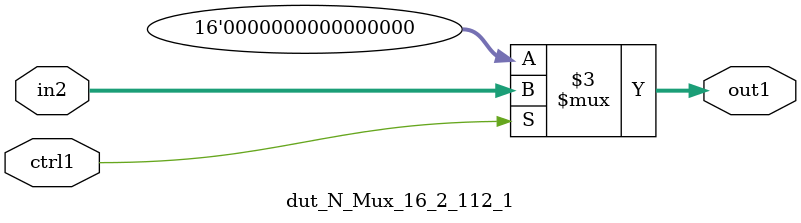
<source format=v>

`timescale 1ps / 1ps


module dut_N_Mux_16_2_112_1( in2, ctrl1, out1 );

    input [15:0] in2;
    input ctrl1;
    output [15:0] out1;
    reg [15:0] out1;

    
    // rtl_process:dut_N_Mux_16_2_112_1/dut_N_Mux_16_2_112_1_thread_1
    always @*
      begin : dut_N_Mux_16_2_112_1_thread_1
        case (ctrl1) 
          1'b1: 
            begin
              out1 = in2;
            end
          default: 
            begin
              out1 = 16'd00000;
            end
        endcase
      end

endmodule



</source>
